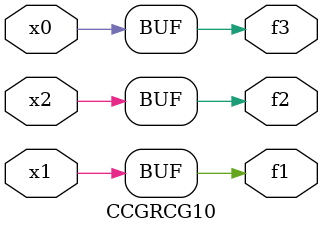
<source format=v>
module CCGRCG10(
	input x0, x1, x2,
	output f1, f2, f3
);
	assign f1 = x1;
	assign f2 = x2;
	assign f3 = x0;
endmodule

</source>
